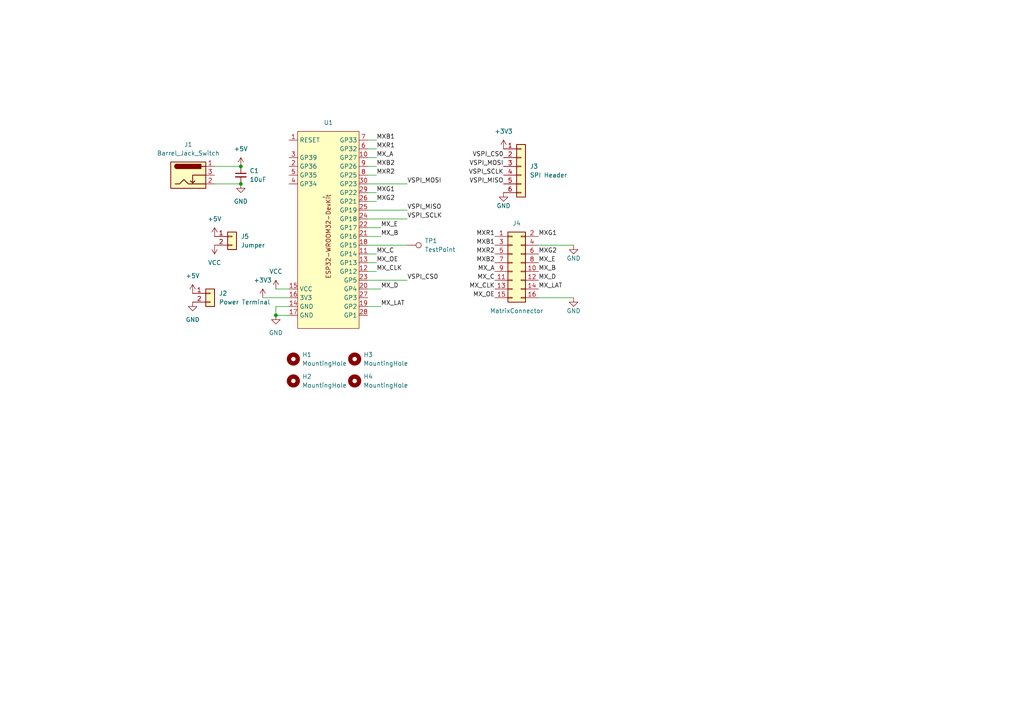
<source format=kicad_sch>
(kicad_sch (version 20230121) (generator eeschema)
  (paper "A4")
  (lib_symbols
    (symbol "Connector:Barrel_Jack_Switch" (pin_names hide)
      (property "Reference" "J" (at 0 5.334 0))
      (property "Value" "Barrel_Jack_Switch" (at 0 -5.08 0))
      (symbol "Barrel_Jack_Switch_0_1"
        (rectangle (start -5.08 3.81) (end 5.08 -3.81) (stroke (width 0.254)) (fill (type background)))
        (arc (start -3.302 3.175) (mid -3.9343 2.54) (end -3.302 1.905) (stroke (width 0.254)))
        (arc (start -3.302 3.175) (mid -3.9343 2.54) (end -3.302 1.905) (stroke (width 0.254)) (fill (type outline)))
        (polyline (pts (xy 1.27 -2.286) (xy 1.905 -1.651)) (stroke (width 0.254)))
        (polyline (pts (xy 5.08 2.54) (xy 3.81 2.54)) (stroke (width 0.254)))
        (polyline (pts (xy 5.08 0) (xy 1.27 0) (xy 1.27 -2.286) (xy 0.635 -1.651)) (stroke (width 0.254)))
        (polyline (pts (xy -3.81 -2.54) (xy -2.54 -2.54) (xy -1.27 -1.27) (xy 0 -2.54) (xy 2.54 -2.54) (xy 5.08 -2.54)) (stroke (width 0.254)))
        (rectangle (start 3.683 3.175) (end -3.302 1.905) (stroke (width 0.254)) (fill (type outline)))
      )
      (symbol "Barrel_Jack_Switch_1_1"
        (pin passive line (at 7.62 2.54 180) (length 2.54) (name "~") (number "1"))
        (pin passive line (at 7.62 -2.54 180) (length 2.54) (name "~") (number "2"))
        (pin passive line (at 7.62 0 180) (length 2.54) (name "~") (number "3"))
      )
    )
    (symbol "Connector:TestPoint" (pin_numbers hide) (pin_names (offset 0.762) hide)
      (property "Reference" "TP" (at 0 6.858 0))
      (property "Value" "TestPoint" (at 0 5.08 0))
      (symbol "TestPoint_0_1"
        (circle (center 0 3.302) (radius 0.762))
      )
      (symbol "TestPoint_1_1"
        (pin passive line (at 0 0 90) (length 2.54) (name "1") (number "1"))
      )
    )
    (symbol "Connector_Generic:Conn_01x02" (pin_names (offset 1.016) hide)
      (property "Reference" "J" (at 0 2.54 0))
      (property "Value" "Conn_01x02" (at 0 -5.08 0))
      (symbol "Conn_01x02_1_1"
        (rectangle (start -1.27 -2.413) (end 0 -2.667) (stroke (width 0.1524)))
        (rectangle (start -1.27 0.127) (end 0 -0.127) (stroke (width 0.1524)))
        (rectangle (start -1.27 1.27) (end 1.27 -3.81) (stroke (width 0.254)) (fill (type background)))
        (pin passive line (at -5.08 0 0) (length 3.81) (name "Pin_1") (number "1"))
        (pin passive line (at -5.08 -2.54 0) (length 3.81) (name "Pin_2") (number "2"))
      )
    )
    (symbol "Connector_Generic:Conn_01x06" (pin_names (offset 1.016) hide)
      (property "Reference" "J" (at 0 7.62 0))
      (property "Value" "Conn_01x06" (at 0 -10.16 0))
      (symbol "Conn_01x06_1_1"
        (rectangle (start -1.27 -7.493) (end 0 -7.747) (stroke (width 0.1524)))
        (rectangle (start -1.27 -4.953) (end 0 -5.207) (stroke (width 0.1524)))
        (rectangle (start -1.27 -2.413) (end 0 -2.667) (stroke (width 0.1524)))
        (rectangle (start -1.27 0.127) (end 0 -0.127) (stroke (width 0.1524)))
        (rectangle (start -1.27 2.667) (end 0 2.413) (stroke (width 0.1524)))
        (rectangle (start -1.27 5.207) (end 0 4.953) (stroke (width 0.1524)))
        (rectangle (start -1.27 6.35) (end 1.27 -8.89) (stroke (width 0.254)) (fill (type background)))
        (pin passive line (at -5.08 5.08 0) (length 3.81) (name "Pin_1") (number "1"))
        (pin passive line (at -5.08 2.54 0) (length 3.81) (name "Pin_2") (number "2"))
        (pin passive line (at -5.08 0 0) (length 3.81) (name "Pin_3") (number "3"))
        (pin passive line (at -5.08 -2.54 0) (length 3.81) (name "Pin_4") (number "4"))
        (pin passive line (at -5.08 -5.08 0) (length 3.81) (name "Pin_5") (number "5"))
        (pin passive line (at -5.08 -7.62 0) (length 3.81) (name "Pin_6") (number "6"))
      )
    )
    (symbol "Connector_Generic:Conn_02x08_Odd_Even" (pin_names (offset 1.016) hide)
      (property "Reference" "J" (at 1.27 10.16 0))
      (property "Value" "Conn_02x08_Odd_Even" (at 1.27 -12.7 0))
      (symbol "Conn_02x08_Odd_Even_1_1"
        (rectangle (start -1.27 -10.033) (end 0 -10.287) (stroke (width 0.1524)))
        (rectangle (start -1.27 -7.493) (end 0 -7.747) (stroke (width 0.1524)))
        (rectangle (start -1.27 -4.953) (end 0 -5.207) (stroke (width 0.1524)))
        (rectangle (start -1.27 -2.413) (end 0 -2.667) (stroke (width 0.1524)))
        (rectangle (start -1.27 0.127) (end 0 -0.127) (stroke (width 0.1524)))
        (rectangle (start -1.27 2.667) (end 0 2.413) (stroke (width 0.1524)))
        (rectangle (start -1.27 5.207) (end 0 4.953) (stroke (width 0.1524)))
        (rectangle (start -1.27 7.747) (end 0 7.493) (stroke (width 0.1524)))
        (rectangle (start -1.27 8.89) (end 3.81 -11.43) (stroke (width 0.254)) (fill (type background)))
        (rectangle (start 3.81 -10.033) (end 2.54 -10.287) (stroke (width 0.1524)))
        (rectangle (start 3.81 -7.493) (end 2.54 -7.747) (stroke (width 0.1524)))
        (rectangle (start 3.81 -4.953) (end 2.54 -5.207) (stroke (width 0.1524)))
        (rectangle (start 3.81 -2.413) (end 2.54 -2.667) (stroke (width 0.1524)))
        (rectangle (start 3.81 0.127) (end 2.54 -0.127) (stroke (width 0.1524)))
        (rectangle (start 3.81 2.667) (end 2.54 2.413) (stroke (width 0.1524)))
        (rectangle (start 3.81 5.207) (end 2.54 4.953) (stroke (width 0.1524)))
        (rectangle (start 3.81 7.747) (end 2.54 7.493) (stroke (width 0.1524)))
        (pin passive line (at -5.08 7.62 0) (length 3.81) (name "Pin_1") (number "1"))
        (pin passive line (at 7.62 -2.54 180) (length 3.81) (name "Pin_10") (number "10"))
        (pin passive line (at -5.08 -5.08 0) (length 3.81) (name "Pin_11") (number "11"))
        (pin passive line (at 7.62 -5.08 180) (length 3.81) (name "Pin_12") (number "12"))
        (pin passive line (at -5.08 -7.62 0) (length 3.81) (name "Pin_13") (number "13"))
        (pin passive line (at 7.62 -7.62 180) (length 3.81) (name "Pin_14") (number "14"))
        (pin passive line (at -5.08 -10.16 0) (length 3.81) (name "Pin_15") (number "15"))
        (pin passive line (at 7.62 -10.16 180) (length 3.81) (name "Pin_16") (number "16"))
        (pin passive line (at 7.62 7.62 180) (length 3.81) (name "Pin_2") (number "2"))
        (pin passive line (at -5.08 5.08 0) (length 3.81) (name "Pin_3") (number "3"))
        (pin passive line (at 7.62 5.08 180) (length 3.81) (name "Pin_4") (number "4"))
        (pin passive line (at -5.08 2.54 0) (length 3.81) (name "Pin_5") (number "5"))
        (pin passive line (at 7.62 2.54 180) (length 3.81) (name "Pin_6") (number "6"))
        (pin passive line (at -5.08 0 0) (length 3.81) (name "Pin_7") (number "7"))
        (pin passive line (at 7.62 0 180) (length 3.81) (name "Pin_8") (number "8"))
        (pin passive line (at -5.08 -2.54 0) (length 3.81) (name "Pin_9") (number "9"))
      )
    )
    (symbol "Device:C_Small" (pin_numbers hide) (pin_names (offset 0.254) hide)
      (property "Reference" "C" (at 0.254 1.778 0))
      (property "Value" "C_Small" (at 0.254 -2.032 0))
      (symbol "C_Small_0_1"
        (polyline (pts (xy -1.524 -0.508) (xy 1.524 -0.508)) (stroke (width 0.3302)))
        (polyline (pts (xy -1.524 0.508) (xy 1.524 0.508)) (stroke (width 0.3048)))
      )
      (symbol "C_Small_1_1"
        (pin passive line (at 0 2.54 270) (length 2.032) (name "~") (number "1"))
        (pin passive line (at 0 -2.54 90) (length 2.032) (name "~") (number "2"))
      )
    )
    (symbol "ESP32-DevKits:ESP32-WROOM32-DevKit"
      (property "Reference" "U" (at 0 27.94 0))
      (symbol "ESP32-WROOM32-DevKit_1_0"
        (pin power_in line (at -11.43 -22.86 0) (length 2.54) (name "3V3") (number "16"))
        (pin power_in line (at -11.43 -27.94 0) (length 2.54) (name "GND") (number "17"))
        (pin bidirectional line (at 11.43 -7.62 180) (length 2.54) (name "GP15") (number "18"))
        (pin bidirectional line (at 11.43 -25.4 180) (length 2.54) (name "GP2") (number "19"))
        (pin bidirectional line (at 11.43 -20.32 180) (length 2.54) (name "GP4") (number "20"))
        (pin bidirectional line (at 11.43 -5.08 180) (length 2.54) (name "GP16") (number "21"))
        (pin bidirectional line (at 11.43 -2.54 180) (length 2.54) (name "GP17") (number "22"))
        (pin bidirectional line (at 11.43 -17.78 180) (length 2.54) (name "GP5") (number "23"))
        (pin bidirectional line (at 11.43 0 180) (length 2.54) (name "GP18") (number "24"))
        (pin bidirectional line (at 11.43 2.54 180) (length 2.54) (name "GP19") (number "25"))
        (pin bidirectional line (at 11.43 5.08 180) (length 2.54) (name "GP21") (number "26"))
        (pin bidirectional line (at 11.43 -22.86 180) (length 2.54) (name "GP3") (number "27"))
        (pin bidirectional line (at 11.43 -27.94 180) (length 2.54) (name "GP1") (number "28"))
        (pin bidirectional line (at 11.43 7.62 180) (length 2.54) (name "GP22") (number "29"))
        (pin bidirectional line (at 11.43 10.16 180) (length 2.54) (name "GP23") (number "30"))
      )
      (symbol "ESP32-WROOM32-DevKit_1_1"
        (rectangle (start -8.89 25.4) (end 8.89 -31.75) (fill (type background)))
        (text "ESP32-WROOM32-DevKit" (at 0 -5.08 900) (effects (font (size 1.27 1.27))))
        (pin input line (at -11.43 22.86 0) (length 2.54) (name "RESET") (number "1"))
        (pin bidirectional line (at 11.43 17.78 180) (length 2.54) (name "GP27") (number "10"))
        (pin bidirectional line (at 11.43 -10.16 180) (length 2.54) (name "GP14") (number "11"))
        (pin bidirectional line (at 11.43 -15.24 180) (length 2.54) (name "GP12") (number "12"))
        (pin bidirectional line (at 11.43 -12.7 180) (length 2.54) (name "GP13") (number "13"))
        (pin power_in line (at -11.43 -25.4 0) (length 2.54) (name "GND") (number "14"))
        (pin power_in line (at -11.43 -20.32 0) (length 2.54) (name "VCC") (number "15"))
        (pin input line (at -11.43 15.24 0) (length 2.54) (name "GP36") (number "2"))
        (pin input line (at -11.43 17.78 0) (length 2.54) (name "GP39") (number "3"))
        (pin input line (at -11.43 10.16 0) (length 2.54) (name "GP34") (number "4"))
        (pin input line (at -11.43 12.7 0) (length 2.54) (name "GP35") (number "5"))
        (pin bidirectional line (at 11.43 20.32 180) (length 2.54) (name "GP32") (number "6"))
        (pin bidirectional line (at 11.43 22.86 180) (length 2.54) (name "GP33") (number "7"))
        (pin bidirectional line (at 11.43 12.7 180) (length 2.54) (name "GP25") (number "8"))
        (pin bidirectional line (at 11.43 15.24 180) (length 2.54) (name "GP26") (number "9"))
      )
    )
    (symbol "Mechanical:MountingHole" (pin_names (offset 1.016))
      (property "Reference" "H" (at 0 5.08 0))
      (property "Value" "MountingHole" (at 0 3.175 0))
      (symbol "MountingHole_0_1"
        (circle (center 0 0) (radius 1.27) (stroke (width 1.27)))
      )
    )
    (symbol "power:+3V3" (power) (pin_names (offset 0))
      (property "Value" "+3V3" (at 0 3.556 0))
      (symbol "+3V3_0_1"
        (polyline (pts (xy -0.762 1.27) (xy 0 2.54)))
        (polyline (pts (xy 0 0) (xy 0 2.54)))
        (polyline (pts (xy 0 2.54) (xy 0.762 1.27)))
      )
      (symbol "+3V3_1_1"
        (pin power_in line (at 0 0 90) (length 0) hide (name "+3V3") (number "1"))
      )
    )
    (symbol "power:+5V" (power) (pin_names (offset 0))
      (property "Value" "+5V" (at 0 3.556 0))
      (symbol "+5V_0_1"
        (polyline (pts (xy -0.762 1.27) (xy 0 2.54)))
        (polyline (pts (xy 0 0) (xy 0 2.54)))
        (polyline (pts (xy 0 2.54) (xy 0.762 1.27)))
      )
      (symbol "+5V_1_1"
        (pin power_in line (at 0 0 90) (length 0) hide (name "+5V") (number "1"))
      )
    )
    (symbol "power:GND" (power) (pin_names (offset 0))
      (property "Value" "GND" (at 0 -3.81 0))
      (symbol "GND_0_1"
        (polyline (pts (xy 0 0) (xy 0 -1.27) (xy 1.27 -1.27) (xy 0 -2.54) (xy -1.27 -1.27) (xy 0 -1.27)))
      )
      (symbol "GND_1_1"
        (pin power_in line (at 0 0 270) (length 0) hide (name "GND") (number "1"))
      )
    )
    (symbol "power:VCC" (power) (pin_names (offset 0))
      (property "Value" "VCC" (at 0 3.81 0))
      (symbol "VCC_0_1"
        (polyline (pts (xy -0.762 1.27) (xy 0 2.54)))
        (polyline (pts (xy 0 0) (xy 0 2.54)))
        (polyline (pts (xy 0 2.54) (xy 0.762 1.27)))
      )
      (symbol "VCC_1_1"
        (pin power_in line (at 0 0 90) (length 0) hide (name "VCC") (number "1"))
      )
    )
  )
  (junction (at 80.01 91.44))
  (junction (at 69.85 53.34))
  (junction (at 69.85 48.26))
  (wire (pts (xy 109.22 78.74) (xy 106.68 78.74)))
  (wire (pts (xy 109.22 76.2) (xy 106.68 76.2)))
  (wire (pts (xy 109.22 58.42) (xy 106.68 58.42)))
  (wire (pts (xy 109.22 55.88) (xy 106.68 55.88)))
  (wire (pts (xy 110.49 83.82) (xy 106.68 83.82)))
  (wire (pts (xy 156.21 86.36) (xy 166.37 86.36)))
  (wire (pts (xy 109.22 43.18) (xy 106.68 43.18)))
  (wire (pts (xy 118.11 63.5) (xy 106.68 63.5)))
  (wire (pts (xy 109.22 48.26) (xy 106.68 48.26)))
  (wire (pts (xy 80.01 88.9) (xy 83.82 88.9)))
  (wire (pts (xy 110.49 68.58) (xy 106.68 68.58)))
  (wire (pts (xy 118.11 81.28) (xy 106.68 81.28)))
  (wire (pts (xy 62.23 53.34) (xy 69.85 53.34)))
  (wire (pts (xy 110.49 66.04) (xy 106.68 66.04)))
  (wire (pts (xy 80.01 91.44) (xy 83.82 91.44)))
  (wire (pts (xy 80.01 88.9) (xy 80.01 91.44)))
  (wire (pts (xy 118.11 53.34) (xy 106.68 53.34)))
  (wire (pts (xy 109.22 45.72) (xy 106.68 45.72)))
  (wire (pts (xy 109.22 50.8) (xy 106.68 50.8)))
  (wire (pts (xy 118.11 60.96) (xy 106.68 60.96)))
  (wire (pts (xy 109.22 40.64) (xy 106.68 40.64)))
  (wire (pts (xy 106.68 71.12) (xy 118.11 71.12)))
  (wire (pts (xy 156.21 71.12) (xy 166.37 71.12)))
  (wire (pts (xy 76.2 86.36) (xy 83.82 86.36)))
  (wire (pts (xy 110.49 88.9) (xy 106.68 88.9)))
  (wire (pts (xy 62.23 48.26) (xy 69.85 48.26)))
  (wire (pts (xy 80.01 83.82) (xy 83.82 83.82)))
  (wire (pts (xy 109.22 73.66) (xy 106.68 73.66)))
  (label "MX_LAT" (at 110.49 88.9 0))
  (label "VSPI_MISO" (at 118.11 60.96 0))
  (label "MX_OE" (at 143.51 86.36 180))
  (label "MXR1" (at 109.22 43.18 0))
  (label "VSPI_CS0" (at 146.05 45.72 180))
  (label "VSPI_MOSI" (at 146.05 48.26 180))
  (label "VSPI_MISO" (at 146.05 53.34 180))
  (label "MXB2" (at 143.51 76.2 180))
  (label "MX_E" (at 110.49 66.04 0))
  (label "MX_B" (at 156.21 78.74 0))
  (label "MXR2" (at 143.51 73.66 180))
  (label "VSPI_MOSI" (at 118.11 53.34 0))
  (label "MX_C" (at 143.51 81.28 180))
  (label "MXG2" (at 109.22 58.42 0))
  (label "MXB1" (at 143.51 71.12 180))
  (label "MXB1" (at 109.22 40.64 0))
  (label "MXR1" (at 143.51 68.58 180))
  (label "MX_CLK" (at 109.22 78.74 0))
  (label "MXR2" (at 109.22 50.8 0))
  (label "VSPI_SCLK" (at 118.11 63.5 0))
  (label "MX_D" (at 110.49 83.82 0))
  (label "MX_B" (at 110.49 68.58 0))
  (label "MXG2" (at 156.21 73.66 0))
  (label "MXG1" (at 109.22 55.88 0))
  (label "MX_D" (at 156.21 81.28 0))
  (label "MXB2" (at 109.22 48.26 0))
  (label "MX_OE" (at 109.22 76.2 0))
  (label "VSPI_SCLK" (at 146.05 50.8 180))
  (label "MX_A" (at 143.51 78.74 180))
  (label "MXG1" (at 156.21 68.58 0))
  (label "VSPI_CS0" (at 118.11 81.28 0))
  (label "MX_E" (at 156.21 76.2 0))
  (label "MX_LAT" (at 156.21 83.82 0))
  (label "MX_A" (at 109.22 45.72 0))
  (label "MX_CLK" (at 143.51 83.82 180))
  (label "MX_C" (at 109.22 73.66 0))
  (symbol (lib_id "power:GND") (at 146.05 55.88 0) (unit 1)
    (property "Reference" "#PWR05" (effects hide))
    (property "Value" "GND" (at 146.05 59.69 0))
  )
  (symbol (lib_id "power:GND") (at 166.37 71.12 0) (unit 1)
    (property "Reference" "#PWR06" (effects hide))
    (property "Value" "GND" (at 166.37 74.93 0))
  )
  (symbol (lib_id "Mechanical:MountingHole") (at 85.09 104.14 0) (unit 1)
    (property "Reference" "H1" (at 87.63 102.87 0) (effects (justify left)))
    (property "Value" "MountingHole" (at 87.63 105.41 0) (effects (justify left)))
    (property "Footprint" "MountingHole:MountingHole_2.2mm_M2" (effects hide))
  )
  (symbol (lib_id "Connector_Generic:Conn_01x06") (at 151.13 48.26 0) (unit 1)
    (property "Reference" "J3" (at 153.67 48.26 0) (effects (justify left)))
    (property "Value" "SPI Header" (at 153.67 50.8 0) (effects (justify left)))
    (property "Footprint" "Connector_PinHeader_2.54mm:PinHeader_1x06_P2.54mm_Vertical" (effects hide))
  )
  (symbol (lib_id "Connector:Barrel_Jack_Switch") (at 54.61 50.8 0) (unit 1)
    (property "Reference" "J1" (at 54.61 41.91 0))
    (property "Value" "Barrel_Jack_Switch" (at 54.61 44.45 0))
    (property "Footprint" "Connector_BarrelJack:BarrelJack_GCT_DCJ200-10-A_Horizontal" (effects hide))
  )
  (symbol (lib_id "power:+5V") (at 55.88 85.09 0) (unit 1)
    (property "Reference" "#PWR02" (effects hide))
    (property "Value" "+5V" (at 55.88 80.01 0))
  )
  (symbol (lib_id "power:VCC") (at 62.23 71.12 180) (unit 1)
    (property "Reference" "#PWR04" (effects hide))
    (property "Value" "VCC" (at 62.23 76.2 0))
  )
  (symbol (lib_id "Connector_Generic:Conn_02x08_Odd_Even") (at 148.59 76.2 0) (unit 1)
    (property "Reference" "J4" (at 149.86 64.77 0))
    (property "Value" "MatrixConnector" (at 149.86 90.17 0))
    (property "Footprint" "Connector_PinHeader_2.54mm:PinHeader_2x08_P2.54mm_Vertical" (effects hide))
  )
  (symbol (lib_id "Mechanical:MountingHole") (at 85.09 110.49 0) (unit 1)
    (property "Reference" "H2" (at 87.63 109.22 0) (effects (justify left)))
    (property "Value" "MountingHole" (at 87.63 111.76 0) (effects (justify left)))
    (property "Footprint" "MountingHole:MountingHole_2.2mm_M2" (effects hide))
  )
  (symbol (lib_id "Connector:TestPoint") (at 118.11 71.12 270) (unit 1)
    (property "Reference" "TP1" (at 123.19 69.85 90) (effects (justify left)))
    (property "Value" "TestPoint" (at 123.19 72.39 90) (effects (justify left)))
    (property "Footprint" "Connector_PinHeader_2.54mm:PinHeader_1x01_P2.54mm_Vertical" (effects hide))
  )
  (symbol (lib_id "ESP32-DevKits:ESP32-WROOM32-DevKit") (at 95.25 63.5 0) (unit 1)
    (property "Reference" "U1" (at 95.25 35.56 0))
    (property "Value" "~" (at 93.98 57.15 0))
    (property "Footprint" "ESP32-DevKits:ESP32-WROOM32-DevKit" (effects hide))
  )
  (symbol (lib_id "power:GND") (at 166.37 86.36 0) (unit 1)
    (property "Reference" "#PWR07" (effects hide))
    (property "Value" "GND" (at 166.37 90.17 0))
  )
  (symbol (lib_id "power:+5V") (at 69.85 48.26 0) (unit 1)
    (property "Reference" "#PWR03" (effects hide))
    (property "Value" "+5V" (at 69.85 43.18 0))
  )
  (symbol (lib_id "power:GND") (at 69.85 53.34 0) (unit 1)
    (property "Reference" "#PWR09" (effects hide))
    (property "Value" "GND" (at 69.85 58.42 0))
  )
  (symbol (lib_id "power:+3V3") (at 146.05 43.18 0) (unit 1)
    (property "Reference" "#PWR01" (effects hide))
    (property "Value" "+3V3" (at 146.05 38.1 0))
  )
  (symbol (lib_id "power:GND") (at 55.88 87.63 0) (unit 1)
    (property "Reference" "#PWR016" (effects hide))
    (property "Value" "GND" (at 55.88 92.71 0))
  )
  (symbol (lib_id "Mechanical:MountingHole") (at 102.87 110.49 0) (unit 1)
    (property "Reference" "H4" (at 105.41 109.22 0) (effects (justify left)))
    (property "Value" "MountingHole" (at 105.41 111.76 0) (effects (justify left)))
    (property "Footprint" "MountingHole:MountingHole_2.2mm_M2" (effects hide))
  )
  (symbol (lib_id "Connector_Generic:Conn_01x02") (at 60.96 85.09 0) (unit 1)
    (property "Reference" "J2" (at 63.5 85.09 0) (effects (justify left)))
    (property "Value" "Power Terminal" (at 63.5 87.63 0) (effects (justify left)))
    (property "Footprint" "TerminalBlock:TerminalBlock_bornier-2_P5.08mm" (effects hide))
  )
  (symbol (lib_id "power:+5V") (at 62.23 68.58 0) (unit 1)
    (property "Reference" "#PWR08" (effects hide))
    (property "Value" "+5V" (at 62.23 63.5 0))
  )
  (symbol (lib_id "Mechanical:MountingHole") (at 102.87 104.14 0) (unit 1)
    (property "Reference" "H3" (at 105.41 102.87 0) (effects (justify left)))
    (property "Value" "MountingHole" (at 105.41 105.41 0) (effects (justify left)))
    (property "Footprint" "MountingHole:MountingHole_2.2mm_M2" (effects hide))
  )
  (symbol (lib_id "power:GND") (at 80.01 91.44 0) (unit 1)
    (property "Reference" "#PWR014" (effects hide))
    (property "Value" "GND" (at 80.01 96.52 0))
  )
  (symbol (lib_id "power:VCC") (at 80.01 83.82 0) (unit 1)
    (property "Reference" "#PWR012" (effects hide))
    (property "Value" "VCC" (at 80.01 78.74 0))
  )
  (symbol (lib_id "Device:C_Small") (at 69.85 50.8 0) (unit 1)
    (property "Reference" "C1" (at 72.39 49.5363 0) (effects (justify left)))
    (property "Value" "10uF" (at 72.39 52.0763 0) (effects (justify left)))
    (property "Footprint" "Capacitor_THT:CP_Radial_Tantal_D5.0mm_P2.50mm" (effects hide))
  )
  (symbol (lib_id "Connector_Generic:Conn_01x02") (at 67.31 68.58 0) (unit 1)
    (property "Reference" "J5" (at 69.85 68.58 0) (effects (justify left)))
    (property "Value" "Jumper" (at 69.85 71.12 0) (effects (justify left)))
    (property "Footprint" "Connector_PinHeader_2.54mm:PinHeader_1x02_P2.54mm_Vertical" (effects hide))
  )
  (symbol (lib_id "power:+3V3") (at 76.2 86.36 0) (unit 1)
    (property "Reference" "#PWR013" (effects hide))
    (property "Value" "+3V3" (at 76.2 81.28 0))
  )
)
</source>
